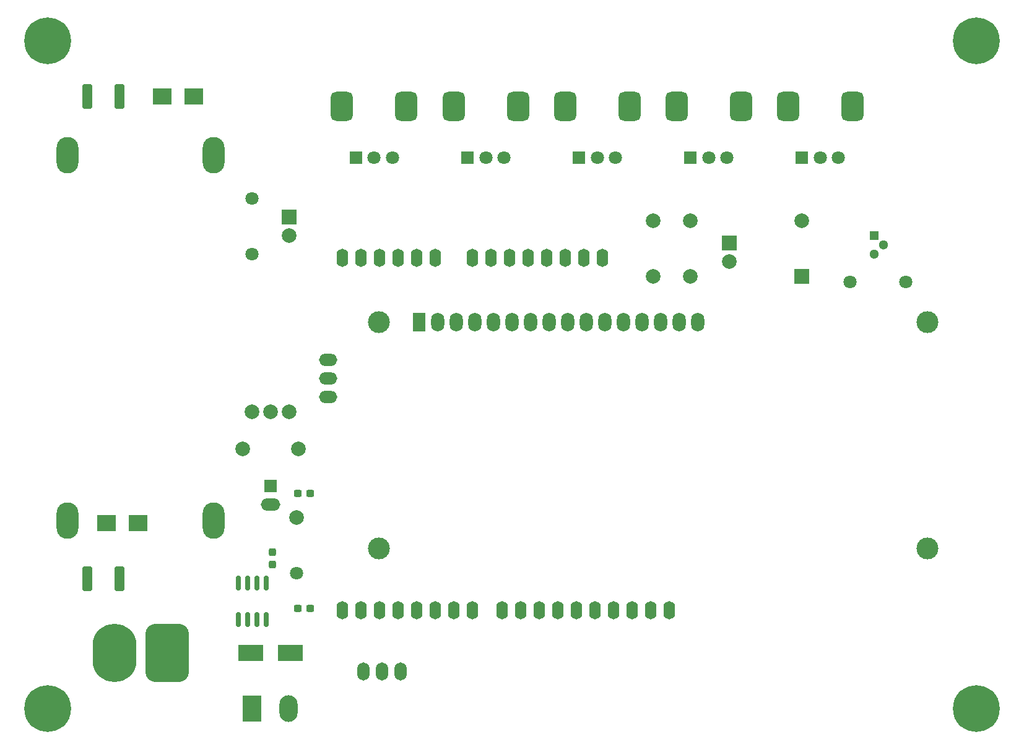
<source format=gbr>
%TF.GenerationSoftware,KiCad,Pcbnew,(6.0.8)*%
%TF.CreationDate,2022-11-09T11:36:30+07:00*%
%TF.ProjectId,SPEED_CONTROL,53504545-445f-4434-9f4e-54524f4c2e6b,rev?*%
%TF.SameCoordinates,Original*%
%TF.FileFunction,Soldermask,Bot*%
%TF.FilePolarity,Negative*%
%FSLAX46Y46*%
G04 Gerber Fmt 4.6, Leading zero omitted, Abs format (unit mm)*
G04 Created by KiCad (PCBNEW (6.0.8)) date 2022-11-09 11:36:30*
%MOMM*%
%LPD*%
G01*
G04 APERTURE LIST*
G04 Aperture macros list*
%AMRoundRect*
0 Rectangle with rounded corners*
0 $1 Rounding radius*
0 $2 $3 $4 $5 $6 $7 $8 $9 X,Y pos of 4 corners*
0 Add a 4 corners polygon primitive as box body*
4,1,4,$2,$3,$4,$5,$6,$7,$8,$9,$2,$3,0*
0 Add four circle primitives for the rounded corners*
1,1,$1+$1,$2,$3*
1,1,$1+$1,$4,$5*
1,1,$1+$1,$6,$7*
1,1,$1+$1,$8,$9*
0 Add four rect primitives between the rounded corners*
20,1,$1+$1,$2,$3,$4,$5,0*
20,1,$1+$1,$4,$5,$6,$7,0*
20,1,$1+$1,$6,$7,$8,$9,0*
20,1,$1+$1,$8,$9,$2,$3,0*%
G04 Aperture macros list end*
%ADD10R,1.800000X1.800000*%
%ADD11C,1.800000*%
%ADD12RoundRect,0.750000X0.750000X-1.250000X0.750000X1.250000X-0.750000X1.250000X-0.750000X-1.250000X0*%
%ADD13C,2.000000*%
%ADD14C,3.000000*%
%ADD15R,1.800000X2.600000*%
%ADD16O,1.800000X2.600000*%
%ADD17C,6.400000*%
%ADD18R,2.500000X3.660000*%
%ADD19O,2.500000X3.660000*%
%ADD20R,1.700000X1.700000*%
%ADD21O,2.660000X1.700000*%
%ADD22R,2.000000X2.000000*%
%ADD23O,2.500000X1.660000*%
%ADD24RoundRect,1.500000X1.500000X2.500000X-1.500000X2.500000X-1.500000X-2.500000X1.500000X-2.500000X0*%
%ADD25O,6.000000X8.000000*%
%ADD26O,3.000000X5.000000*%
%ADD27R,1.300000X1.300000*%
%ADD28C,1.300000*%
%ADD29O,1.700000X2.500000*%
%ADD30R,2.500000X2.300000*%
%ADD31RoundRect,0.150000X0.150000X-0.825000X0.150000X0.825000X-0.150000X0.825000X-0.150000X-0.825000X0*%
%ADD32R,3.500000X2.300000*%
%ADD33O,1.600000X2.500000*%
%ADD34RoundRect,0.237500X-0.300000X-0.237500X0.300000X-0.237500X0.300000X0.237500X-0.300000X0.237500X0*%
%ADD35RoundRect,0.250000X-0.400000X-1.450000X0.400000X-1.450000X0.400000X1.450000X-0.400000X1.450000X0*%
%ADD36RoundRect,0.237500X0.300000X0.237500X-0.300000X0.237500X-0.300000X-0.237500X0.300000X-0.237500X0*%
%ADD37RoundRect,0.237500X0.237500X-0.300000X0.237500X0.300000X-0.237500X0.300000X-0.237500X-0.300000X0*%
%ADD38RoundRect,0.250000X0.400000X1.450000X-0.400000X1.450000X-0.400000X-1.450000X0.400000X-1.450000X0*%
G04 APERTURE END LIST*
D10*
%TO.C,RV2*%
X138684000Y-46436000D03*
D11*
X141184000Y-46436000D03*
X143684000Y-46436000D03*
D12*
X136784000Y-39436000D03*
X145584000Y-39436000D03*
%TD*%
D11*
%TO.C,R2*%
X63500000Y-52070000D03*
X63500000Y-59690000D03*
%TD*%
D13*
%TO.C,R3*%
X118364000Y-55118000D03*
X118364000Y-62738000D03*
%TD*%
D14*
%TO.C,DS1*%
X80864900Y-99971200D03*
X80864900Y-68970500D03*
X155863480Y-99971200D03*
X155864000Y-68970500D03*
D15*
X86364000Y-68970500D03*
D16*
X88904000Y-68970500D03*
X91444000Y-68970500D03*
X93984000Y-68970500D03*
X96524000Y-68970500D03*
X99064000Y-68970500D03*
X101604000Y-68970500D03*
X104144000Y-68970500D03*
X106684000Y-68970500D03*
X109224000Y-68970500D03*
X111764000Y-68970500D03*
X114304000Y-68970500D03*
X116844000Y-68970500D03*
X119384000Y-68970500D03*
X121924000Y-68970500D03*
X124464000Y-68970500D03*
%TD*%
D17*
%TO.C,H1*%
X162560000Y-30480000D03*
%TD*%
D13*
%TO.C,R5*%
X62230000Y-86360000D03*
X69850000Y-86360000D03*
%TD*%
D18*
%TO.C,J3*%
X63500000Y-121920000D03*
D19*
X68500000Y-121920000D03*
%TD*%
D17*
%TO.C,H2*%
X162560000Y-121920000D03*
%TD*%
%TO.C,H4*%
X35560000Y-30480000D03*
%TD*%
D20*
%TO.C,J2*%
X66040000Y-91440000D03*
D21*
X66040000Y-93980000D03*
%TD*%
D11*
%TO.C,R6*%
X69596000Y-103378000D03*
D13*
X69596000Y-95758000D03*
%TD*%
D11*
%TO.C,R4*%
X145288000Y-63500000D03*
X152908000Y-63500000D03*
%TD*%
D13*
%TO.C,J5*%
X63500000Y-81280000D03*
X66040000Y-81280000D03*
X68580000Y-81280000D03*
%TD*%
D22*
%TO.C,D3*%
X68580000Y-54610000D03*
D13*
X68580000Y-57150000D03*
%TD*%
D23*
%TO.C,RV6*%
X73914000Y-74168000D03*
X73914000Y-76708000D03*
X73914000Y-79248000D03*
%TD*%
D22*
%TO.C,BZ1*%
X138684000Y-62728000D03*
D13*
X138684000Y-55128000D03*
%TD*%
D24*
%TO.C,J4*%
X51860000Y-114300000D03*
D25*
X44660000Y-114300000D03*
%TD*%
D10*
%TO.C,RV1*%
X92964000Y-46436000D03*
D11*
X95464000Y-46436000D03*
X97964000Y-46436000D03*
D12*
X99864000Y-39436000D03*
X91064000Y-39436000D03*
%TD*%
D13*
%TO.C,R1*%
X123444000Y-55118000D03*
X123444000Y-62738000D03*
%TD*%
D10*
%TO.C,RV3*%
X123444000Y-46436000D03*
D11*
X125944000Y-46436000D03*
X128444000Y-46436000D03*
D12*
X130344000Y-39436000D03*
X121544000Y-39436000D03*
%TD*%
D10*
%TO.C,RV5*%
X77684000Y-46436000D03*
D11*
X80184000Y-46436000D03*
X82684000Y-46436000D03*
D12*
X84584000Y-39436000D03*
X75784000Y-39436000D03*
%TD*%
D22*
%TO.C,D1*%
X128778000Y-58161000D03*
D13*
X128778000Y-60701000D03*
%TD*%
D26*
%TO.C,U2*%
X38260000Y-96120000D03*
X58260000Y-96120000D03*
X38260000Y-46120000D03*
X58260000Y-46120000D03*
%TD*%
D17*
%TO.C,H3*%
X35560000Y-121920000D03*
%TD*%
D27*
%TO.C,Q1*%
X148590000Y-57150000D03*
D28*
X149860000Y-58420000D03*
X148590000Y-59690000D03*
%TD*%
D10*
%TO.C,RV4*%
X108204000Y-46436000D03*
D11*
X110704000Y-46436000D03*
X113204000Y-46436000D03*
D12*
X106304000Y-39436000D03*
X115104000Y-39436000D03*
%TD*%
D29*
%TO.C,J1*%
X78755000Y-116840000D03*
X81295000Y-116840000D03*
X83835000Y-116840000D03*
%TD*%
D30*
%TO.C,D4*%
X51190000Y-38100000D03*
X55490000Y-38100000D03*
%TD*%
D31*
%TO.C,U1*%
X65405000Y-109663000D03*
X64135000Y-109663000D03*
X62865000Y-109663000D03*
X61595000Y-109663000D03*
X61595000Y-104713000D03*
X62865000Y-104713000D03*
X64135000Y-104713000D03*
X65405000Y-104713000D03*
%TD*%
D32*
%TO.C,D5*%
X68740000Y-114300000D03*
X63340000Y-114300000D03*
%TD*%
D33*
%TO.C,A1*%
X111379000Y-60198000D03*
X108839000Y-60198000D03*
X106299000Y-60198000D03*
X103759000Y-60198000D03*
X101219000Y-60198000D03*
X98679000Y-60198000D03*
X96139000Y-60198000D03*
X93599000Y-60198000D03*
X88519000Y-60198000D03*
X85979000Y-60198000D03*
X83439000Y-60198000D03*
X80899000Y-60198000D03*
X78359000Y-60198000D03*
X75819000Y-60198000D03*
X75819000Y-108458000D03*
X78359000Y-108458000D03*
X80899000Y-108458000D03*
X83439000Y-108458000D03*
X85979000Y-108458000D03*
X88519000Y-108458000D03*
X91059000Y-108458000D03*
X93599000Y-108458000D03*
X97659000Y-108458000D03*
X100199000Y-108458000D03*
X102739000Y-108458000D03*
X105279000Y-108458000D03*
X107819000Y-108458000D03*
X110359000Y-108458000D03*
X112899000Y-108458000D03*
X115439000Y-108458000D03*
X117979000Y-108458000D03*
X120519000Y-108458000D03*
%TD*%
D34*
%TO.C,C1*%
X69749500Y-108204000D03*
X71474500Y-108204000D03*
%TD*%
D35*
%TO.C,F2*%
X40955000Y-38100000D03*
X45405000Y-38100000D03*
%TD*%
D36*
%TO.C,C2*%
X71474500Y-92456000D03*
X69749500Y-92456000D03*
%TD*%
D30*
%TO.C,D2*%
X47870000Y-96520000D03*
X43570000Y-96520000D03*
%TD*%
D37*
%TO.C,C3*%
X66294000Y-102208500D03*
X66294000Y-100483500D03*
%TD*%
D38*
%TO.C,F1*%
X45405000Y-104140000D03*
X40955000Y-104140000D03*
%TD*%
M02*

</source>
